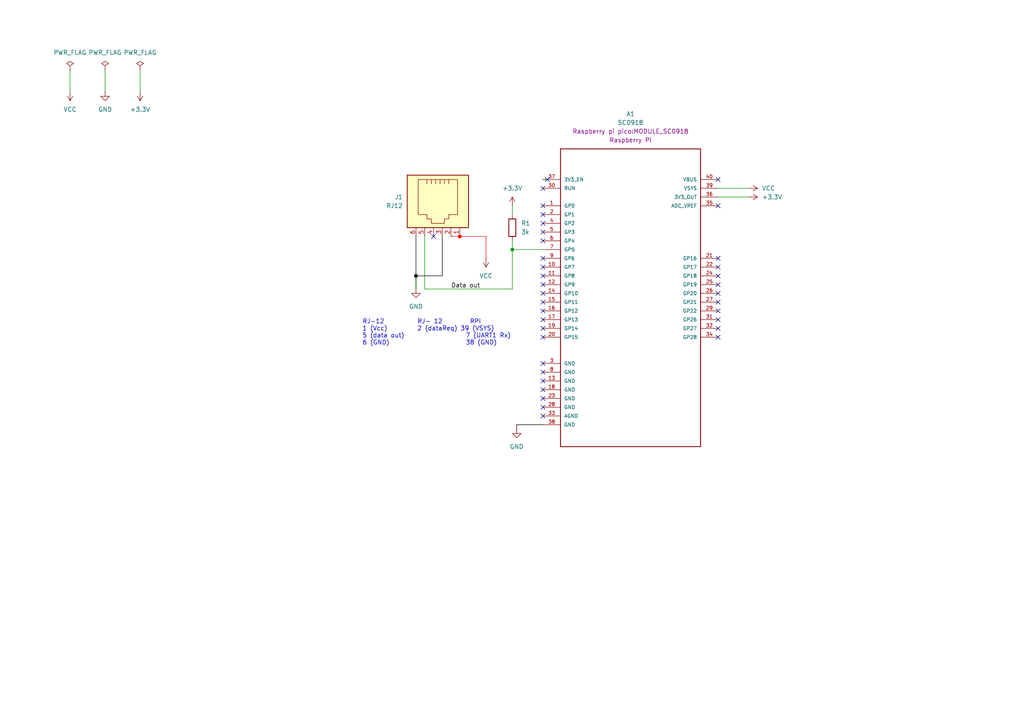
<source format=kicad_sch>
(kicad_sch
	(version 20231120)
	(generator "eeschema")
	(generator_version "8.0")
	(uuid "faa37a10-2754-4227-bf83-46ef78c69219")
	(paper "A4")
	(lib_symbols
		(symbol "Connector:RJ12"
			(pin_names
				(offset 1.016)
			)
			(exclude_from_sim no)
			(in_bom yes)
			(on_board yes)
			(property "Reference" "J"
				(at -5.08 11.43 0)
				(effects
					(font
						(size 1.27 1.27)
					)
					(justify right)
				)
			)
			(property "Value" "RJ12"
				(at 2.54 11.43 0)
				(effects
					(font
						(size 1.27 1.27)
					)
					(justify left)
				)
			)
			(property "Footprint" ""
				(at 0 0.635 90)
				(effects
					(font
						(size 1.27 1.27)
					)
					(hide yes)
				)
			)
			(property "Datasheet" "~"
				(at 0 0.635 90)
				(effects
					(font
						(size 1.27 1.27)
					)
					(hide yes)
				)
			)
			(property "Description" "RJ connector, 6P6C (6 positions 6 connected)"
				(at 0 0 0)
				(effects
					(font
						(size 1.27 1.27)
					)
					(hide yes)
				)
			)
			(property "ki_keywords" "6P6C RJ socket connector"
				(at 0 0 0)
				(effects
					(font
						(size 1.27 1.27)
					)
					(hide yes)
				)
			)
			(property "ki_fp_filters" "6P6C* RJ12* RJ18* RJ25*"
				(at 0 0 0)
				(effects
					(font
						(size 1.27 1.27)
					)
					(hide yes)
				)
			)
			(symbol "RJ12_0_1"
				(polyline
					(pts
						(xy -6.35 -1.905) (xy -5.08 -1.905) (xy -5.08 -1.905)
					)
					(stroke
						(width 0)
						(type default)
					)
					(fill
						(type none)
					)
				)
				(polyline
					(pts
						(xy -6.35 -0.635) (xy -5.08 -0.635) (xy -5.08 -0.635)
					)
					(stroke
						(width 0)
						(type default)
					)
					(fill
						(type none)
					)
				)
				(polyline
					(pts
						(xy -6.35 0.635) (xy -5.08 0.635) (xy -5.08 0.635)
					)
					(stroke
						(width 0)
						(type default)
					)
					(fill
						(type none)
					)
				)
				(polyline
					(pts
						(xy -6.35 1.905) (xy -5.08 1.905) (xy -5.08 1.905)
					)
					(stroke
						(width 0)
						(type default)
					)
					(fill
						(type none)
					)
				)
				(polyline
					(pts
						(xy -6.35 3.175) (xy -5.08 3.175) (xy -5.08 3.175)
					)
					(stroke
						(width 0)
						(type default)
					)
					(fill
						(type none)
					)
				)
				(polyline
					(pts
						(xy -5.08 4.445) (xy -6.35 4.445) (xy -6.35 4.445)
					)
					(stroke
						(width 0)
						(type default)
					)
					(fill
						(type none)
					)
				)
				(polyline
					(pts
						(xy -6.35 -4.445) (xy -6.35 6.985) (xy 3.81 6.985) (xy 3.81 4.445) (xy 5.08 4.445) (xy 5.08 3.175)
						(xy 6.35 3.175) (xy 6.35 -0.635) (xy 5.08 -0.635) (xy 5.08 -1.905) (xy 3.81 -1.905) (xy 3.81 -4.445)
						(xy -6.35 -4.445) (xy -6.35 -4.445)
					)
					(stroke
						(width 0)
						(type default)
					)
					(fill
						(type none)
					)
				)
				(rectangle
					(start 7.62 10.16)
					(end -7.62 -7.62)
					(stroke
						(width 0.254)
						(type default)
					)
					(fill
						(type background)
					)
				)
			)
			(symbol "RJ12_1_1"
				(pin passive line
					(at 10.16 -5.08 180)
					(length 2.54)
					(name "~"
						(effects
							(font
								(size 1.27 1.27)
							)
						)
					)
					(number "1"
						(effects
							(font
								(size 1.27 1.27)
							)
						)
					)
				)
				(pin passive line
					(at 10.16 -2.54 180)
					(length 2.54)
					(name "~"
						(effects
							(font
								(size 1.27 1.27)
							)
						)
					)
					(number "2"
						(effects
							(font
								(size 1.27 1.27)
							)
						)
					)
				)
				(pin passive line
					(at 10.16 0 180)
					(length 2.54)
					(name "~"
						(effects
							(font
								(size 1.27 1.27)
							)
						)
					)
					(number "3"
						(effects
							(font
								(size 1.27 1.27)
							)
						)
					)
				)
				(pin passive line
					(at 10.16 2.54 180)
					(length 2.54)
					(name "~"
						(effects
							(font
								(size 1.27 1.27)
							)
						)
					)
					(number "4"
						(effects
							(font
								(size 1.27 1.27)
							)
						)
					)
				)
				(pin passive line
					(at 10.16 5.08 180)
					(length 2.54)
					(name "~"
						(effects
							(font
								(size 1.27 1.27)
							)
						)
					)
					(number "5"
						(effects
							(font
								(size 1.27 1.27)
							)
						)
					)
				)
				(pin passive line
					(at 10.16 7.62 180)
					(length 2.54)
					(name "~"
						(effects
							(font
								(size 1.27 1.27)
							)
						)
					)
					(number "6"
						(effects
							(font
								(size 1.27 1.27)
							)
						)
					)
				)
			)
		)
		(symbol "Device:R"
			(pin_numbers hide)
			(pin_names
				(offset 0)
			)
			(exclude_from_sim no)
			(in_bom yes)
			(on_board yes)
			(property "Reference" "R"
				(at 2.032 0 90)
				(effects
					(font
						(size 1.27 1.27)
					)
				)
			)
			(property "Value" "R"
				(at 0 0 90)
				(effects
					(font
						(size 1.27 1.27)
					)
				)
			)
			(property "Footprint" ""
				(at -1.778 0 90)
				(effects
					(font
						(size 1.27 1.27)
					)
					(hide yes)
				)
			)
			(property "Datasheet" "~"
				(at 0 0 0)
				(effects
					(font
						(size 1.27 1.27)
					)
					(hide yes)
				)
			)
			(property "Description" "Resistor"
				(at 0 0 0)
				(effects
					(font
						(size 1.27 1.27)
					)
					(hide yes)
				)
			)
			(property "ki_keywords" "R res resistor"
				(at 0 0 0)
				(effects
					(font
						(size 1.27 1.27)
					)
					(hide yes)
				)
			)
			(property "ki_fp_filters" "R_*"
				(at 0 0 0)
				(effects
					(font
						(size 1.27 1.27)
					)
					(hide yes)
				)
			)
			(symbol "R_0_1"
				(rectangle
					(start -1.016 -2.54)
					(end 1.016 2.54)
					(stroke
						(width 0.254)
						(type default)
					)
					(fill
						(type none)
					)
				)
			)
			(symbol "R_1_1"
				(pin passive line
					(at 0 3.81 270)
					(length 1.27)
					(name "~"
						(effects
							(font
								(size 1.27 1.27)
							)
						)
					)
					(number "1"
						(effects
							(font
								(size 1.27 1.27)
							)
						)
					)
				)
				(pin passive line
					(at 0 -3.81 90)
					(length 1.27)
					(name "~"
						(effects
							(font
								(size 1.27 1.27)
							)
						)
					)
					(number "2"
						(effects
							(font
								(size 1.27 1.27)
							)
						)
					)
				)
			)
		)
		(symbol "Raspberry pi pico:SC0918"
			(pin_names
				(offset 1.016)
			)
			(exclude_from_sim no)
			(in_bom yes)
			(on_board yes)
			(property "Reference" "A1"
				(at 0 58.42 0)
				(effects
					(font
						(size 1.27 1.27)
					)
				)
			)
			(property "Value" "SC0918"
				(at 0 55.88 0)
				(effects
					(font
						(size 1.27 1.27)
					)
				)
			)
			(property "Footprint" "Raspberry Pi:MODULE_SC0918"
				(at -12.7 -46.99 0)
				(effects
					(font
						(size 1.27 1.27)
					)
					(justify bottom)
				)
			)
			(property "Datasheet" "https://datasheets.raspberrypi.com/picow/pico-w-datasheet.pdf"
				(at -26.67 -49.53 0)
				(effects
					(font
						(size 1.27 1.27)
					)
					(justify left bottom)
					(hide yes)
				)
			)
			(property "Description" ""
				(at 0 0 0)
				(effects
					(font
						(size 1.27 1.27)
					)
					(hide yes)
				)
			)
			(property "manufacturer" "Raspberry Pi"
				(at 0 53.34 0)
				(effects
					(font
						(size 1.27 1.27)
					)
				)
			)
			(property "P/N" "SC0918"
				(at 0 50.8 0)
				(effects
					(font
						(size 1.27 1.27)
					)
					(hide yes)
				)
			)
			(property "PARTREV" "1.6"
				(at 0 48.26 0)
				(effects
					(font
						(size 1.27 1.27)
					)
					(hide yes)
				)
			)
			(property "MAXIMUM_PACKAGE_HEIGHT" "3.73mm"
				(at 0 45.72 0)
				(effects
					(font
						(size 1.27 1.27)
					)
					(hide yes)
				)
			)
			(symbol "SC0918_0_0"
				(rectangle
					(start -20.32 -43.18)
					(end 20.32 43.18)
					(stroke
						(width 0.254)
						(type default)
					)
					(fill
						(type none)
					)
				)
				(pin bidirectional line
					(at -25.4 26.67 0)
					(length 5.08)
					(name "GP0"
						(effects
							(font
								(size 1.016 1.016)
							)
						)
					)
					(number "1"
						(effects
							(font
								(size 1.016 1.016)
							)
						)
					)
				)
				(pin bidirectional line
					(at -25.4 8.89 0)
					(length 5.08)
					(name "GP7"
						(effects
							(font
								(size 1.016 1.016)
							)
						)
					)
					(number "10"
						(effects
							(font
								(size 1.016 1.016)
							)
						)
					)
				)
				(pin bidirectional line
					(at -25.4 6.35 0)
					(length 5.08)
					(name "GP8"
						(effects
							(font
								(size 1.016 1.016)
							)
						)
					)
					(number "11"
						(effects
							(font
								(size 1.016 1.016)
							)
						)
					)
				)
				(pin bidirectional line
					(at -25.4 3.81 0)
					(length 5.08)
					(name "GP9"
						(effects
							(font
								(size 1.016 1.016)
							)
						)
					)
					(number "12"
						(effects
							(font
								(size 1.016 1.016)
							)
						)
					)
				)
				(pin power_in line
					(at -25.4 -24.13 0)
					(length 5.08)
					(name "GND"
						(effects
							(font
								(size 1.016 1.016)
							)
						)
					)
					(number "13"
						(effects
							(font
								(size 1.016 1.016)
							)
						)
					)
				)
				(pin bidirectional line
					(at -25.4 1.27 0)
					(length 5.08)
					(name "GP10"
						(effects
							(font
								(size 1.016 1.016)
							)
						)
					)
					(number "14"
						(effects
							(font
								(size 1.016 1.016)
							)
						)
					)
				)
				(pin bidirectional line
					(at -25.4 -1.27 0)
					(length 5.08)
					(name "GP11"
						(effects
							(font
								(size 1.016 1.016)
							)
						)
					)
					(number "15"
						(effects
							(font
								(size 1.016 1.016)
							)
						)
					)
				)
				(pin bidirectional line
					(at -25.4 -3.81 0)
					(length 5.08)
					(name "GP12"
						(effects
							(font
								(size 1.016 1.016)
							)
						)
					)
					(number "16"
						(effects
							(font
								(size 1.016 1.016)
							)
						)
					)
				)
				(pin bidirectional line
					(at -25.4 -6.35 0)
					(length 5.08)
					(name "GP13"
						(effects
							(font
								(size 1.016 1.016)
							)
						)
					)
					(number "17"
						(effects
							(font
								(size 1.016 1.016)
							)
						)
					)
				)
				(pin power_in line
					(at -25.4 -26.67 0)
					(length 5.08)
					(name "GND"
						(effects
							(font
								(size 1.016 1.016)
							)
						)
					)
					(number "18"
						(effects
							(font
								(size 1.016 1.016)
							)
						)
					)
				)
				(pin bidirectional line
					(at -25.4 -8.89 0)
					(length 5.08)
					(name "GP14"
						(effects
							(font
								(size 1.016 1.016)
							)
						)
					)
					(number "19"
						(effects
							(font
								(size 1.016 1.016)
							)
						)
					)
				)
				(pin bidirectional line
					(at -25.4 24.13 0)
					(length 5.08)
					(name "GP1"
						(effects
							(font
								(size 1.016 1.016)
							)
						)
					)
					(number "2"
						(effects
							(font
								(size 1.016 1.016)
							)
						)
					)
				)
				(pin bidirectional line
					(at -25.4 -11.43 0)
					(length 5.08)
					(name "GP15"
						(effects
							(font
								(size 1.016 1.016)
							)
						)
					)
					(number "20"
						(effects
							(font
								(size 1.016 1.016)
							)
						)
					)
				)
				(pin bidirectional line
					(at 25.4 11.43 180)
					(length 5.08)
					(name "GP16"
						(effects
							(font
								(size 1.016 1.016)
							)
						)
					)
					(number "21"
						(effects
							(font
								(size 1.016 1.016)
							)
						)
					)
				)
				(pin bidirectional line
					(at 25.4 8.89 180)
					(length 5.08)
					(name "GP17"
						(effects
							(font
								(size 1.016 1.016)
							)
						)
					)
					(number "22"
						(effects
							(font
								(size 1.016 1.016)
							)
						)
					)
				)
				(pin power_in line
					(at -25.4 -29.21 0)
					(length 5.08)
					(name "GND"
						(effects
							(font
								(size 1.016 1.016)
							)
						)
					)
					(number "23"
						(effects
							(font
								(size 1.016 1.016)
							)
						)
					)
				)
				(pin bidirectional line
					(at 25.4 6.35 180)
					(length 5.08)
					(name "GP18"
						(effects
							(font
								(size 1.016 1.016)
							)
						)
					)
					(number "24"
						(effects
							(font
								(size 1.016 1.016)
							)
						)
					)
				)
				(pin bidirectional line
					(at 25.4 3.81 180)
					(length 5.08)
					(name "GP19"
						(effects
							(font
								(size 1.016 1.016)
							)
						)
					)
					(number "25"
						(effects
							(font
								(size 1.016 1.016)
							)
						)
					)
				)
				(pin bidirectional line
					(at 25.4 1.27 180)
					(length 5.08)
					(name "GP20"
						(effects
							(font
								(size 1.016 1.016)
							)
						)
					)
					(number "26"
						(effects
							(font
								(size 1.016 1.016)
							)
						)
					)
				)
				(pin bidirectional line
					(at 25.4 -1.27 180)
					(length 5.08)
					(name "GP21"
						(effects
							(font
								(size 1.016 1.016)
							)
						)
					)
					(number "27"
						(effects
							(font
								(size 1.016 1.016)
							)
						)
					)
				)
				(pin power_in line
					(at -25.4 -31.75 0)
					(length 5.08)
					(name "GND"
						(effects
							(font
								(size 1.016 1.016)
							)
						)
					)
					(number "28"
						(effects
							(font
								(size 1.016 1.016)
							)
						)
					)
				)
				(pin bidirectional line
					(at 25.4 -3.81 180)
					(length 5.08)
					(name "GP22"
						(effects
							(font
								(size 1.016 1.016)
							)
						)
					)
					(number "29"
						(effects
							(font
								(size 1.016 1.016)
							)
						)
					)
				)
				(pin power_in line
					(at -25.4 -19.05 0)
					(length 5.08)
					(name "GND"
						(effects
							(font
								(size 1.016 1.016)
							)
						)
					)
					(number "3"
						(effects
							(font
								(size 1.016 1.016)
							)
						)
					)
				)
				(pin input line
					(at -25.4 31.75 0)
					(length 5.08)
					(name "RUN"
						(effects
							(font
								(size 1.016 1.016)
							)
						)
					)
					(number "30"
						(effects
							(font
								(size 1.016 1.016)
							)
						)
					)
				)
				(pin bidirectional line
					(at 25.4 -6.35 180)
					(length 5.08)
					(name "GP26"
						(effects
							(font
								(size 1.016 1.016)
							)
						)
					)
					(number "31"
						(effects
							(font
								(size 1.016 1.016)
							)
						)
					)
				)
				(pin bidirectional line
					(at 25.4 -8.89 180)
					(length 5.08)
					(name "GP27"
						(effects
							(font
								(size 1.016 1.016)
							)
						)
					)
					(number "32"
						(effects
							(font
								(size 1.016 1.016)
							)
						)
					)
				)
				(pin power_in line
					(at -25.4 -34.29 0)
					(length 5.08)
					(name "AGND"
						(effects
							(font
								(size 1.016 1.016)
							)
						)
					)
					(number "33"
						(effects
							(font
								(size 1.016 1.016)
							)
						)
					)
				)
				(pin bidirectional line
					(at 25.4 -11.43 180)
					(length 5.08)
					(name "GP28"
						(effects
							(font
								(size 1.016 1.016)
							)
						)
					)
					(number "34"
						(effects
							(font
								(size 1.016 1.016)
							)
						)
					)
				)
				(pin power_in line
					(at 25.4 26.67 180)
					(length 5.08)
					(name "ADC_VREF"
						(effects
							(font
								(size 1.016 1.016)
							)
						)
					)
					(number "35"
						(effects
							(font
								(size 1.016 1.016)
							)
						)
					)
				)
				(pin power_in line
					(at 25.4 29.21 180)
					(length 5.08)
					(name "3V3_OUT"
						(effects
							(font
								(size 1.016 1.016)
							)
						)
					)
					(number "36"
						(effects
							(font
								(size 1.016 1.016)
							)
						)
					)
				)
				(pin input line
					(at -25.4 34.29 0)
					(length 5.08)
					(name "3V3_EN"
						(effects
							(font
								(size 1.016 1.016)
							)
						)
					)
					(number "37"
						(effects
							(font
								(size 1.016 1.016)
							)
						)
					)
				)
				(pin power_in line
					(at -25.4 -36.83 0)
					(length 5.08)
					(name "GND"
						(effects
							(font
								(size 1.016 1.016)
							)
						)
					)
					(number "38"
						(effects
							(font
								(size 1.016 1.016)
							)
						)
					)
				)
				(pin free line
					(at 25.4 31.75 180)
					(length 5.08)
					(name "VSYS"
						(effects
							(font
								(size 1.016 1.016)
							)
						)
					)
					(number "39"
						(effects
							(font
								(size 1.016 1.016)
							)
						)
					)
				)
				(pin bidirectional line
					(at -25.4 21.59 0)
					(length 5.08)
					(name "GP2"
						(effects
							(font
								(size 1.016 1.016)
							)
						)
					)
					(number "4"
						(effects
							(font
								(size 1.016 1.016)
							)
						)
					)
				)
				(pin free line
					(at 25.4 34.29 180)
					(length 5.08)
					(name "VBUS"
						(effects
							(font
								(size 1.016 1.016)
							)
						)
					)
					(number "40"
						(effects
							(font
								(size 1.016 1.016)
							)
						)
					)
				)
				(pin bidirectional line
					(at -25.4 19.05 0)
					(length 5.08)
					(name "GP3"
						(effects
							(font
								(size 1.016 1.016)
							)
						)
					)
					(number "5"
						(effects
							(font
								(size 1.016 1.016)
							)
						)
					)
				)
				(pin bidirectional line
					(at -25.4 16.51 0)
					(length 5.08)
					(name "GP4"
						(effects
							(font
								(size 1.016 1.016)
							)
						)
					)
					(number "6"
						(effects
							(font
								(size 1.016 1.016)
							)
						)
					)
				)
				(pin bidirectional line
					(at -25.4 13.97 0)
					(length 5.08)
					(name "GP5"
						(effects
							(font
								(size 1.016 1.016)
							)
						)
					)
					(number "7"
						(effects
							(font
								(size 1.016 1.016)
							)
						)
					)
				)
				(pin power_in line
					(at -25.4 -21.59 0)
					(length 5.08)
					(name "GND"
						(effects
							(font
								(size 1.016 1.016)
							)
						)
					)
					(number "8"
						(effects
							(font
								(size 1.016 1.016)
							)
						)
					)
				)
				(pin bidirectional line
					(at -25.4 11.43 0)
					(length 5.08)
					(name "GP6"
						(effects
							(font
								(size 1.016 1.016)
							)
						)
					)
					(number "9"
						(effects
							(font
								(size 1.016 1.016)
							)
						)
					)
				)
			)
		)
		(symbol "power:+3.3V"
			(power)
			(pin_numbers hide)
			(pin_names
				(offset 0) hide)
			(exclude_from_sim no)
			(in_bom yes)
			(on_board yes)
			(property "Reference" "#PWR"
				(at 0 -3.81 0)
				(effects
					(font
						(size 1.27 1.27)
					)
					(hide yes)
				)
			)
			(property "Value" "+3.3V"
				(at 0 3.556 0)
				(effects
					(font
						(size 1.27 1.27)
					)
				)
			)
			(property "Footprint" ""
				(at 0 0 0)
				(effects
					(font
						(size 1.27 1.27)
					)
					(hide yes)
				)
			)
			(property "Datasheet" ""
				(at 0 0 0)
				(effects
					(font
						(size 1.27 1.27)
					)
					(hide yes)
				)
			)
			(property "Description" "Power symbol creates a global label with name \"+3.3V\""
				(at 0 0 0)
				(effects
					(font
						(size 1.27 1.27)
					)
					(hide yes)
				)
			)
			(property "ki_keywords" "global power"
				(at 0 0 0)
				(effects
					(font
						(size 1.27 1.27)
					)
					(hide yes)
				)
			)
			(symbol "+3.3V_0_1"
				(polyline
					(pts
						(xy -0.762 1.27) (xy 0 2.54)
					)
					(stroke
						(width 0)
						(type default)
					)
					(fill
						(type none)
					)
				)
				(polyline
					(pts
						(xy 0 0) (xy 0 2.54)
					)
					(stroke
						(width 0)
						(type default)
					)
					(fill
						(type none)
					)
				)
				(polyline
					(pts
						(xy 0 2.54) (xy 0.762 1.27)
					)
					(stroke
						(width 0)
						(type default)
					)
					(fill
						(type none)
					)
				)
			)
			(symbol "+3.3V_1_1"
				(pin power_in line
					(at 0 0 90)
					(length 0)
					(name "~"
						(effects
							(font
								(size 1.27 1.27)
							)
						)
					)
					(number "1"
						(effects
							(font
								(size 1.27 1.27)
							)
						)
					)
				)
			)
		)
		(symbol "power:GND"
			(power)
			(pin_numbers hide)
			(pin_names
				(offset 0) hide)
			(exclude_from_sim no)
			(in_bom yes)
			(on_board yes)
			(property "Reference" "#PWR"
				(at 0 -6.35 0)
				(effects
					(font
						(size 1.27 1.27)
					)
					(hide yes)
				)
			)
			(property "Value" "GND"
				(at 0 -3.81 0)
				(effects
					(font
						(size 1.27 1.27)
					)
				)
			)
			(property "Footprint" ""
				(at 0 0 0)
				(effects
					(font
						(size 1.27 1.27)
					)
					(hide yes)
				)
			)
			(property "Datasheet" ""
				(at 0 0 0)
				(effects
					(font
						(size 1.27 1.27)
					)
					(hide yes)
				)
			)
			(property "Description" "Power symbol creates a global label with name \"GND\" , ground"
				(at 0 0 0)
				(effects
					(font
						(size 1.27 1.27)
					)
					(hide yes)
				)
			)
			(property "ki_keywords" "global power"
				(at 0 0 0)
				(effects
					(font
						(size 1.27 1.27)
					)
					(hide yes)
				)
			)
			(symbol "GND_0_1"
				(polyline
					(pts
						(xy 0 0) (xy 0 -1.27) (xy 1.27 -1.27) (xy 0 -2.54) (xy -1.27 -1.27) (xy 0 -1.27)
					)
					(stroke
						(width 0)
						(type default)
					)
					(fill
						(type none)
					)
				)
			)
			(symbol "GND_1_1"
				(pin power_in line
					(at 0 0 270)
					(length 0)
					(name "~"
						(effects
							(font
								(size 1.27 1.27)
							)
						)
					)
					(number "1"
						(effects
							(font
								(size 1.27 1.27)
							)
						)
					)
				)
			)
		)
		(symbol "power:PWR_FLAG"
			(power)
			(pin_numbers hide)
			(pin_names
				(offset 0) hide)
			(exclude_from_sim no)
			(in_bom yes)
			(on_board yes)
			(property "Reference" "#FLG"
				(at 0 1.905 0)
				(effects
					(font
						(size 1.27 1.27)
					)
					(hide yes)
				)
			)
			(property "Value" "PWR_FLAG"
				(at 0 3.81 0)
				(effects
					(font
						(size 1.27 1.27)
					)
				)
			)
			(property "Footprint" ""
				(at 0 0 0)
				(effects
					(font
						(size 1.27 1.27)
					)
					(hide yes)
				)
			)
			(property "Datasheet" "~"
				(at 0 0 0)
				(effects
					(font
						(size 1.27 1.27)
					)
					(hide yes)
				)
			)
			(property "Description" "Special symbol for telling ERC where power comes from"
				(at 0 0 0)
				(effects
					(font
						(size 1.27 1.27)
					)
					(hide yes)
				)
			)
			(property "ki_keywords" "flag power"
				(at 0 0 0)
				(effects
					(font
						(size 1.27 1.27)
					)
					(hide yes)
				)
			)
			(symbol "PWR_FLAG_0_0"
				(pin power_out line
					(at 0 0 90)
					(length 0)
					(name "~"
						(effects
							(font
								(size 1.27 1.27)
							)
						)
					)
					(number "1"
						(effects
							(font
								(size 1.27 1.27)
							)
						)
					)
				)
			)
			(symbol "PWR_FLAG_0_1"
				(polyline
					(pts
						(xy 0 0) (xy 0 1.27) (xy -1.016 1.905) (xy 0 2.54) (xy 1.016 1.905) (xy 0 1.27)
					)
					(stroke
						(width 0)
						(type default)
					)
					(fill
						(type none)
					)
				)
			)
		)
		(symbol "power:VCC"
			(power)
			(pin_numbers hide)
			(pin_names
				(offset 0) hide)
			(exclude_from_sim no)
			(in_bom yes)
			(on_board yes)
			(property "Reference" "#PWR"
				(at 0 -3.81 0)
				(effects
					(font
						(size 1.27 1.27)
					)
					(hide yes)
				)
			)
			(property "Value" "VCC"
				(at 0 3.556 0)
				(effects
					(font
						(size 1.27 1.27)
					)
				)
			)
			(property "Footprint" ""
				(at 0 0 0)
				(effects
					(font
						(size 1.27 1.27)
					)
					(hide yes)
				)
			)
			(property "Datasheet" ""
				(at 0 0 0)
				(effects
					(font
						(size 1.27 1.27)
					)
					(hide yes)
				)
			)
			(property "Description" "Power symbol creates a global label with name \"VCC\""
				(at 0 0 0)
				(effects
					(font
						(size 1.27 1.27)
					)
					(hide yes)
				)
			)
			(property "ki_keywords" "global power"
				(at 0 0 0)
				(effects
					(font
						(size 1.27 1.27)
					)
					(hide yes)
				)
			)
			(symbol "VCC_0_1"
				(polyline
					(pts
						(xy -0.762 1.27) (xy 0 2.54)
					)
					(stroke
						(width 0)
						(type default)
					)
					(fill
						(type none)
					)
				)
				(polyline
					(pts
						(xy 0 0) (xy 0 2.54)
					)
					(stroke
						(width 0)
						(type default)
					)
					(fill
						(type none)
					)
				)
				(polyline
					(pts
						(xy 0 2.54) (xy 0.762 1.27)
					)
					(stroke
						(width 0)
						(type default)
					)
					(fill
						(type none)
					)
				)
			)
			(symbol "VCC_1_1"
				(pin power_in line
					(at 0 0 90)
					(length 0)
					(name "~"
						(effects
							(font
								(size 1.27 1.27)
							)
						)
					)
					(number "1"
						(effects
							(font
								(size 1.27 1.27)
							)
						)
					)
				)
			)
		)
	)
	(junction
		(at 148.59 72.39)
		(diameter 0)
		(color 0 0 0 0)
		(uuid "32a5f61c-e2bf-47a6-81eb-3414a393547f")
	)
	(junction
		(at 120.65 80.01)
		(diameter 0)
		(color 0 0 0 1)
		(uuid "6d6a4c10-ab2f-48de-8984-fe8b6efdf914")
	)
	(junction
		(at 133.35 68.58)
		(diameter 0)
		(color 255 0 0 1)
		(uuid "a6a1b7d1-f996-4f03-9caf-4b7171370c74")
	)
	(no_connect
		(at 208.28 80.01)
		(uuid "07ff77d3-212f-4ae2-a7cb-a9848e45ff4c")
	)
	(no_connect
		(at 157.48 87.63)
		(uuid "18e771ce-b32c-4e89-863b-ee7f8b1b503f")
	)
	(no_connect
		(at 125.73 68.58)
		(uuid "2f95e0b2-a30c-4c3b-bfe1-6615487bc6b4")
	)
	(no_connect
		(at 208.28 77.47)
		(uuid "3e5aa4b8-6e21-498b-a123-5bd0b10d553a")
	)
	(no_connect
		(at 158.75 52.07)
		(uuid "448b619c-9252-4147-bd6e-41de91c93333")
	)
	(no_connect
		(at 208.28 74.93)
		(uuid "46f302a8-a5f4-441a-9eff-0476c6467937")
	)
	(no_connect
		(at 157.48 67.31)
		(uuid "4fe47152-478d-469b-b7a2-8a9711e22b29")
	)
	(no_connect
		(at 157.48 118.11)
		(uuid "546f803c-56bc-48ff-bd58-5fa78e0312cd")
	)
	(no_connect
		(at 157.48 90.17)
		(uuid "674e0b6f-84d8-4aa3-9682-9ad564fe10f7")
	)
	(no_connect
		(at 157.48 64.77)
		(uuid "6a74caf1-6be8-47d2-aa1e-5d9d3392c097")
	)
	(no_connect
		(at 157.48 97.79)
		(uuid "6cf161b3-cda5-4f82-af2c-736b2fa99af2")
	)
	(no_connect
		(at 208.28 97.79)
		(uuid "6fa40800-9d5f-4313-ab44-40cd964494ec")
	)
	(no_connect
		(at 157.48 69.85)
		(uuid "735008ae-d1c8-4637-b929-cb58641192da")
	)
	(no_connect
		(at 208.28 90.17)
		(uuid "73aabea1-59c8-4a1f-9191-d124c6b953f1")
	)
	(no_connect
		(at 208.28 95.25)
		(uuid "75300035-3c86-460d-9097-159b5b5d42d7")
	)
	(no_connect
		(at 157.48 74.93)
		(uuid "7d549d72-db07-4503-8428-6de0d7166a50")
	)
	(no_connect
		(at 208.28 52.07)
		(uuid "7eec12b8-d471-4dc3-9cb7-f16535fe7e21")
	)
	(no_connect
		(at 157.48 120.65)
		(uuid "856b44d4-4b38-4100-85e6-b4102cff6d98")
	)
	(no_connect
		(at 157.48 107.95)
		(uuid "8b6f6c08-4aa8-4ae4-af38-54a7ba35ba4e")
	)
	(no_connect
		(at 208.28 59.69)
		(uuid "91eac199-cd98-422b-97fc-08aa07d6dce0")
	)
	(no_connect
		(at 157.48 62.23)
		(uuid "99f16ecc-2c32-4717-901f-e64a283178f6")
	)
	(no_connect
		(at 208.28 92.71)
		(uuid "9cd34b5c-a558-44c7-895e-86359d02b2f8")
	)
	(no_connect
		(at 208.28 85.09)
		(uuid "a9332da7-983d-4a8d-b28e-82bf9f8e2496")
	)
	(no_connect
		(at 157.48 110.49)
		(uuid "b4b58acd-071c-4a09-bc72-1a66fa90cccd")
	)
	(no_connect
		(at 157.48 77.47)
		(uuid "bad5c928-fb7c-40c2-962d-2cb384a5a3bb")
	)
	(no_connect
		(at 157.48 59.69)
		(uuid "bc09970e-1ec2-40bd-a2f1-12f041edf25f")
	)
	(no_connect
		(at 157.48 105.41)
		(uuid "c3b530f2-e71c-4278-9447-845aa375cb48")
	)
	(no_connect
		(at 157.48 82.55)
		(uuid "c3dbdf9f-4594-4c6b-a0c6-096628ffab39")
	)
	(no_connect
		(at 157.48 80.01)
		(uuid "d2410e0f-fa4a-4e9b-b2f8-7989babbca70")
	)
	(no_connect
		(at 157.48 115.57)
		(uuid "dbe751b9-6747-4791-af41-f56b4e87fdaf")
	)
	(no_connect
		(at 157.48 54.61)
		(uuid "e21e8f3d-cf6c-4187-8dc9-f03b7953bcb2")
	)
	(no_connect
		(at 208.28 87.63)
		(uuid "e703ea3b-2774-4f34-957d-606fa2f6bfa0")
	)
	(no_connect
		(at 157.48 92.71)
		(uuid "eef3deb7-63ed-4599-9a3c-ebace794797e")
	)
	(no_connect
		(at 157.48 113.03)
		(uuid "f5466fe0-0939-4fac-b60b-fa26b5cb13cf")
	)
	(no_connect
		(at 157.48 85.09)
		(uuid "fd36bb2f-c5b2-4043-aa1e-113f1d2ca551")
	)
	(no_connect
		(at 208.28 82.55)
		(uuid "fd5c5a83-bbd1-432a-81b8-e8b7a3372f4c")
	)
	(no_connect
		(at 157.48 95.25)
		(uuid "fe7741e2-bb21-4852-a879-947d9c779bcb")
	)
	(wire
		(pts
			(xy 130.81 68.58) (xy 133.35 68.58)
		)
		(stroke
			(width 0)
			(type default)
			(color 255 0 0 1)
		)
		(uuid "0dc28a65-d540-460b-8761-8f599fe4ebf1")
	)
	(wire
		(pts
			(xy 140.97 68.58) (xy 133.35 68.58)
		)
		(stroke
			(width 0)
			(type default)
			(color 255 0 0 1)
		)
		(uuid "119111fc-570c-4da7-8c9f-405d9aa69f78")
	)
	(wire
		(pts
			(xy 120.65 83.82) (xy 120.65 80.01)
		)
		(stroke
			(width 0)
			(type default)
			(color 0 0 0 1)
		)
		(uuid "148e86b1-af48-47a6-b330-33a321d46e90")
	)
	(wire
		(pts
			(xy 120.65 80.01) (xy 128.27 80.01)
		)
		(stroke
			(width 0)
			(type default)
			(color 0 0 0 1)
		)
		(uuid "234c31d3-40d1-4da0-a8a1-636baf16a326")
	)
	(wire
		(pts
			(xy 128.27 80.01) (xy 128.27 68.58)
		)
		(stroke
			(width 0)
			(type default)
			(color 0 0 0 1)
		)
		(uuid "2999e557-aabe-4eb6-b6fe-9e63e467c5c0")
	)
	(wire
		(pts
			(xy 30.48 20.32) (xy 30.48 26.67)
		)
		(stroke
			(width 0)
			(type default)
		)
		(uuid "44b23286-1b2a-4599-90f6-706907522b01")
	)
	(wire
		(pts
			(xy 157.48 123.19) (xy 149.86 123.19)
		)
		(stroke
			(width 0)
			(type default)
			(color 0 0 0 1)
		)
		(uuid "48a84e1b-5247-427b-bb75-f8c4ef5225a0")
	)
	(wire
		(pts
			(xy 123.19 83.82) (xy 148.59 83.82)
		)
		(stroke
			(width 0)
			(type default)
		)
		(uuid "7353b3bd-11f0-4e51-80ba-87d458944b3b")
	)
	(wire
		(pts
			(xy 208.28 54.61) (xy 217.17 54.61)
		)
		(stroke
			(width 0)
			(type default)
		)
		(uuid "98ac2c09-d86b-4bb9-abf0-03a158ec9351")
	)
	(wire
		(pts
			(xy 148.59 59.69) (xy 148.59 62.23)
		)
		(stroke
			(width 0)
			(type default)
		)
		(uuid "ac879125-0354-45f1-b148-1e9530d470fc")
	)
	(wire
		(pts
			(xy 158.75 52.07) (xy 157.48 52.07)
		)
		(stroke
			(width 0)
			(type default)
		)
		(uuid "af4ae371-a829-451f-a458-f24f974eb872")
	)
	(wire
		(pts
			(xy 123.19 68.58) (xy 123.19 83.82)
		)
		(stroke
			(width 0)
			(type default)
		)
		(uuid "b58a4883-ce33-4426-99d7-79a57f22618f")
	)
	(wire
		(pts
			(xy 120.65 68.58) (xy 120.65 80.01)
		)
		(stroke
			(width 0)
			(type default)
			(color 0 0 0 1)
		)
		(uuid "c7f99520-562c-433a-9b72-cffdf21fb9a7")
	)
	(wire
		(pts
			(xy 20.32 20.32) (xy 20.32 26.67)
		)
		(stroke
			(width 0)
			(type default)
		)
		(uuid "cc5829b7-c83a-49fe-bfca-ff0798e1798e")
	)
	(wire
		(pts
			(xy 148.59 69.85) (xy 148.59 72.39)
		)
		(stroke
			(width 0)
			(type default)
		)
		(uuid "cf984145-d657-4fc4-9b45-3c7ae846fe91")
	)
	(wire
		(pts
			(xy 148.59 72.39) (xy 157.48 72.39)
		)
		(stroke
			(width 0)
			(type default)
		)
		(uuid "e08abbd8-0bfc-4006-8dbe-6fe54cc5dfb7")
	)
	(wire
		(pts
			(xy 217.17 57.15) (xy 208.28 57.15)
		)
		(stroke
			(width 0)
			(type default)
		)
		(uuid "e3624a70-56ed-48ec-be6e-0e924def9537")
	)
	(wire
		(pts
			(xy 140.97 68.58) (xy 140.97 74.93)
		)
		(stroke
			(width 0)
			(type default)
			(color 255 0 0 1)
		)
		(uuid "ef261ad9-9042-4a6b-a6eb-3a26f47d5437")
	)
	(wire
		(pts
			(xy 149.86 123.19) (xy 149.86 124.46)
		)
		(stroke
			(width 0)
			(type default)
			(color 0 0 0 1)
		)
		(uuid "f38b2a62-50ef-4098-9bd1-52ac335aab2d")
	)
	(wire
		(pts
			(xy 120.65 83.82) (xy 120.65 80.01)
		)
		(stroke
			(width 0)
			(type default)
		)
		(uuid "faeb34ea-7b86-4a1b-8c23-40599f4552f4")
	)
	(wire
		(pts
			(xy 148.59 72.39) (xy 148.59 83.82)
		)
		(stroke
			(width 0)
			(type default)
		)
		(uuid "fd786abd-d052-46c2-a78c-28a430184b22")
	)
	(wire
		(pts
			(xy 40.64 20.32) (xy 40.64 26.67)
		)
		(stroke
			(width 0)
			(type default)
		)
		(uuid "fff137ab-79a0-4984-af09-a7b6cf0d8f99")
	)
	(text_box "RJ-12 		 RJ- 12 	 RPI\n1 (Vcc) 	 2 (dataReq) 39 (VSYS)\n5 (data out) 		     7 (UART1 Rx)\n6 (GND) 			     38 (GND)"
		(exclude_from_sim no)
		(at 104.14 91.44 0)
		(size 45.72 10.16)
		(stroke
			(width -0.0001)
			(type default)
		)
		(fill
			(type none)
		)
		(effects
			(font
				(size 1.27 1.27)
			)
			(justify left top)
		)
		(uuid "442bb58d-87bc-4475-9a57-b19a5a77b725")
	)
	(label "Data out"
		(at 130.81 83.82 0)
		(fields_autoplaced yes)
		(effects
			(font
				(size 1.27 1.27)
			)
			(justify left bottom)
		)
		(uuid "09301e58-1802-46ad-93da-4689c9ba78b1")
	)
	(symbol
		(lib_id "power:PWR_FLAG")
		(at 40.64 20.32 0)
		(unit 1)
		(exclude_from_sim no)
		(in_bom no)
		(on_board no)
		(dnp no)
		(fields_autoplaced yes)
		(uuid "008d1139-e725-4087-b227-7ac09d48e05e")
		(property "Reference" "#FLG03"
			(at 40.64 18.415 0)
			(effects
				(font
					(size 1.27 1.27)
				)
				(hide yes)
			)
		)
		(property "Value" "PWR_FLAG"
			(at 40.64 15.24 0)
			(effects
				(font
					(size 1.27 1.27)
				)
			)
		)
		(property "Footprint" ""
			(at 40.64 20.32 0)
			(effects
				(font
					(size 1.27 1.27)
				)
				(hide yes)
			)
		)
		(property "Datasheet" "~"
			(at 40.64 20.32 0)
			(effects
				(font
					(size 1.27 1.27)
				)
				(hide yes)
			)
		)
		(property "Description" "Special symbol for telling ERC where power comes from"
			(at 40.64 20.32 0)
			(effects
				(font
					(size 1.27 1.27)
				)
				(hide yes)
			)
		)
		(pin "1"
			(uuid "548b5a85-1435-4394-a715-0f11bc7d946d")
		)
		(instances
			(project ""
				(path "/faa37a10-2754-4227-bf83-46ef78c69219"
					(reference "#FLG03")
					(unit 1)
				)
			)
		)
	)
	(symbol
		(lib_id "power:VCC")
		(at 20.32 26.67 180)
		(unit 1)
		(exclude_from_sim no)
		(in_bom no)
		(on_board no)
		(dnp no)
		(fields_autoplaced yes)
		(uuid "08c5d07b-d32c-4419-a1bc-ec982d4fcb34")
		(property "Reference" "#PWR01"
			(at 20.32 22.86 0)
			(effects
				(font
					(size 1.27 1.27)
				)
				(hide yes)
			)
		)
		(property "Value" "VCC"
			(at 20.32 31.75 0)
			(effects
				(font
					(size 1.27 1.27)
				)
			)
		)
		(property "Footprint" ""
			(at 20.32 26.67 0)
			(effects
				(font
					(size 1.27 1.27)
				)
				(hide yes)
			)
		)
		(property "Datasheet" ""
			(at 20.32 26.67 0)
			(effects
				(font
					(size 1.27 1.27)
				)
				(hide yes)
			)
		)
		(property "Description" "Power symbol creates a global label with name \"VCC\""
			(at 20.32 26.67 0)
			(effects
				(font
					(size 1.27 1.27)
				)
				(hide yes)
			)
		)
		(pin "1"
			(uuid "e7b9d724-c9a5-4968-946c-c90865a3bb8c")
		)
		(instances
			(project ""
				(path "/faa37a10-2754-4227-bf83-46ef78c69219"
					(reference "#PWR01")
					(unit 1)
				)
			)
		)
	)
	(symbol
		(lib_id "Raspberry pi pico:SC0918")
		(at 182.88 86.36 0)
		(unit 1)
		(exclude_from_sim no)
		(in_bom yes)
		(on_board yes)
		(dnp no)
		(fields_autoplaced yes)
		(uuid "39c724ca-540b-4a27-9388-e48d28ed3f36")
		(property "Reference" "A1"
			(at 182.88 33.02 0)
			(effects
				(font
					(size 1.27 1.27)
				)
			)
		)
		(property "Value" "SC0918"
			(at 182.88 35.56 0)
			(effects
				(font
					(size 1.27 1.27)
				)
			)
		)
		(property "Footprint" "Raspberry pi pico:MODULE_SC0918"
			(at 182.88 38.1 0)
			(effects
				(font
					(size 1.27 1.27)
				)
			)
		)
		(property "Datasheet" "https://datasheets.raspberrypi.com/picow/pico-w-datasheet.pdf"
			(at 156.21 135.89 0)
			(effects
				(font
					(size 1.27 1.27)
				)
				(justify left bottom)
				(hide yes)
			)
		)
		(property "Description" ""
			(at 182.88 86.36 0)
			(effects
				(font
					(size 1.27 1.27)
				)
				(hide yes)
			)
		)
		(property "manufacturer" "Raspberry Pi"
			(at 182.88 40.64 0)
			(effects
				(font
					(size 1.27 1.27)
				)
			)
		)
		(property "P/N" "SC0918"
			(at 182.88 35.56 0)
			(effects
				(font
					(size 1.27 1.27)
				)
				(hide yes)
			)
		)
		(property "PARTREV" "1.6"
			(at 182.88 38.1 0)
			(effects
				(font
					(size 1.27 1.27)
				)
				(hide yes)
			)
		)
		(property "MAXIMUM_PACKAGE_HEIGHT" "3.73mm"
			(at 182.88 40.64 0)
			(effects
				(font
					(size 1.27 1.27)
				)
				(hide yes)
			)
		)
		(pin "3"
			(uuid "e73c3d26-2542-4162-82e1-76b8811c64e5")
		)
		(pin "9"
			(uuid "35f31b95-c174-4f89-8913-d7cf6cdb20b3")
		)
		(pin "27"
			(uuid "6fc7c1cb-3d1f-4995-8cff-57bb01ec3311")
		)
		(pin "6"
			(uuid "76b65336-9154-4c59-b984-4a90931fdf25")
		)
		(pin "8"
			(uuid "d316a0bc-3612-4303-a82e-7d2f99142798")
		)
		(pin "36"
			(uuid "1fc3aa68-7b34-49fe-ac42-60dbc1521310")
		)
		(pin "7"
			(uuid "d06e0536-214d-4c95-b920-98932cddc17f")
		)
		(pin "37"
			(uuid "fda029b1-d236-4a27-957b-ca7305718cf4")
		)
		(pin "39"
			(uuid "05d63c4b-f662-4d9c-9646-242d036618cb")
		)
		(pin "25"
			(uuid "7ec60a95-55eb-4cb3-b6d5-4ae783665f06")
		)
		(pin "28"
			(uuid "8d671e96-926a-4657-8771-de11b0465d68")
		)
		(pin "33"
			(uuid "fb41f63d-f82f-4790-9a1c-2d8150e34ef3")
		)
		(pin "35"
			(uuid "3540cd5c-ec81-4268-8359-c2ad8f1df619")
		)
		(pin "31"
			(uuid "281dcc57-cf2f-43f7-86fb-88faaad3a1dd")
		)
		(pin "34"
			(uuid "60bf2983-9860-4486-8c09-1024562de296")
		)
		(pin "4"
			(uuid "64519b42-ee4d-4a0a-a917-e2e83c4660b5")
		)
		(pin "40"
			(uuid "f66bcdc6-de1e-4755-9ca4-84430739c9b8")
		)
		(pin "29"
			(uuid "d0b02add-7cf2-46f1-bc55-fd8a81954067")
		)
		(pin "30"
			(uuid "b5bd1c6c-6eac-40fe-9459-dd9fbb10dd13")
		)
		(pin "26"
			(uuid "6ae68dfa-3b90-4896-9927-1e86b17375f4")
		)
		(pin "38"
			(uuid "8f253bc6-811a-45eb-a177-5f72b20404fb")
		)
		(pin "32"
			(uuid "9786ad46-9927-4156-8b78-dcf34d36c9e2")
		)
		(pin "5"
			(uuid "d31cb4cb-0147-4dc3-b790-07978c2f03ef")
		)
		(pin "2"
			(uuid "30a5749b-48c4-4955-b96d-ef88ff79745a")
		)
		(pin "20"
			(uuid "70a0896f-b7d7-4ad1-b4d0-35afa198b898")
		)
		(pin "21"
			(uuid "976265dc-5a1f-4aa9-abeb-87c437308257")
		)
		(pin "23"
			(uuid "cc5643b1-8d25-4bdf-8c3d-bc51c4907301")
		)
		(pin "22"
			(uuid "8448253d-94f6-4303-8b6f-f83f5e11cb0a")
		)
		(pin "24"
			(uuid "8c7db83b-73e7-45c3-a67d-51162a05bf4a")
		)
		(pin "10"
			(uuid "d67fe1d2-cce6-471a-bf87-4a1f0053d59d")
		)
		(pin "12"
			(uuid "e537a5d3-328c-4665-9345-1396f8428c27")
		)
		(pin "1"
			(uuid "3fd9f81f-b834-4a95-8a68-a6abdcb2f0d5")
		)
		(pin "13"
			(uuid "340e1278-10fb-42ef-91f5-3089ce4c6328")
		)
		(pin "14"
			(uuid "60a57752-a6b5-4de6-8573-5a44c0c7a75d")
		)
		(pin "11"
			(uuid "c7c00726-088a-4f1f-820e-a6542126bf85")
		)
		(pin "15"
			(uuid "d27c0a91-44c6-48d1-8efe-113d36f302fa")
		)
		(pin "16"
			(uuid "cab78769-ce2f-4e93-8839-9af8fd861ff9")
		)
		(pin "17"
			(uuid "07248140-958c-4307-90c4-3719c5e93745")
		)
		(pin "18"
			(uuid "82a5a091-89e3-4750-9983-5d821a87a8b9")
		)
		(pin "19"
			(uuid "2e0f3d9c-e08e-48e8-b8d7-75653cad591e")
		)
		(instances
			(project ""
				(path "/faa37a10-2754-4227-bf83-46ef78c69219"
					(reference "A1")
					(unit 1)
				)
			)
		)
	)
	(symbol
		(lib_id "power:+3.3V")
		(at 217.17 57.15 270)
		(unit 1)
		(exclude_from_sim no)
		(in_bom yes)
		(on_board yes)
		(dnp no)
		(fields_autoplaced yes)
		(uuid "48413cdb-3316-47e3-a899-057667b38e68")
		(property "Reference" "#PWR07"
			(at 213.36 57.15 0)
			(effects
				(font
					(size 1.27 1.27)
				)
				(hide yes)
			)
		)
		(property "Value" "+3.3V"
			(at 220.98 57.1499 90)
			(effects
				(font
					(size 1.27 1.27)
				)
				(justify left)
			)
		)
		(property "Footprint" ""
			(at 217.17 57.15 0)
			(effects
				(font
					(size 1.27 1.27)
				)
				(hide yes)
			)
		)
		(property "Datasheet" ""
			(at 217.17 57.15 0)
			(effects
				(font
					(size 1.27 1.27)
				)
				(hide yes)
			)
		)
		(property "Description" "Power symbol creates a global label with name \"+3.3V\""
			(at 217.17 57.15 0)
			(effects
				(font
					(size 1.27 1.27)
				)
				(hide yes)
			)
		)
		(pin "1"
			(uuid "aee0398a-ac42-4f7e-ae66-a1aaede1020e")
		)
		(instances
			(project ""
				(path "/faa37a10-2754-4227-bf83-46ef78c69219"
					(reference "#PWR07")
					(unit 1)
				)
			)
		)
	)
	(symbol
		(lib_id "power:GND")
		(at 30.48 26.67 0)
		(unit 1)
		(exclude_from_sim no)
		(in_bom no)
		(on_board no)
		(dnp no)
		(fields_autoplaced yes)
		(uuid "725694bf-aaed-4f92-aa9b-0612ee4b3c09")
		(property "Reference" "#PWR06"
			(at 30.48 33.02 0)
			(effects
				(font
					(size 1.27 1.27)
				)
				(hide yes)
			)
		)
		(property "Value" "GND"
			(at 30.48 31.75 0)
			(effects
				(font
					(size 1.27 1.27)
				)
			)
		)
		(property "Footprint" ""
			(at 30.48 26.67 0)
			(effects
				(font
					(size 1.27 1.27)
				)
				(hide yes)
			)
		)
		(property "Datasheet" ""
			(at 30.48 26.67 0)
			(effects
				(font
					(size 1.27 1.27)
				)
				(hide yes)
			)
		)
		(property "Description" "Power symbol creates a global label with name \"GND\" , ground"
			(at 30.48 26.67 0)
			(effects
				(font
					(size 1.27 1.27)
				)
				(hide yes)
			)
		)
		(pin "1"
			(uuid "ed2c9642-05b5-431d-a4ac-7a6f16e977b1")
		)
		(instances
			(project ""
				(path "/faa37a10-2754-4227-bf83-46ef78c69219"
					(reference "#PWR06")
					(unit 1)
				)
			)
		)
	)
	(symbol
		(lib_id "Connector:RJ12")
		(at 128.27 58.42 90)
		(mirror x)
		(unit 1)
		(exclude_from_sim no)
		(in_bom yes)
		(on_board yes)
		(dnp no)
		(uuid "75681f07-ed69-44b5-ba2a-f7ca5714a576")
		(property "Reference" "J1"
			(at 116.84 57.1499 90)
			(effects
				(font
					(size 1.27 1.27)
				)
				(justify left)
			)
		)
		(property "Value" "RJ12"
			(at 116.84 59.6899 90)
			(effects
				(font
					(size 1.27 1.27)
				)
				(justify left)
			)
		)
		(property "Footprint" "Connector_RJ:RJ12_Amphenol_54601-x06_Horizontal1"
			(at 127.635 58.42 90)
			(effects
				(font
					(size 1.27 1.27)
				)
				(hide yes)
			)
		)
		(property "Datasheet" "~"
			(at 127.635 58.42 90)
			(effects
				(font
					(size 1.27 1.27)
				)
				(hide yes)
			)
		)
		(property "Description" "RJ connector, 6P6C (6 positions 6 connected)"
			(at 128.27 58.42 0)
			(effects
				(font
					(size 1.27 1.27)
				)
				(hide yes)
			)
		)
		(pin "4"
			(uuid "fb487e1f-e680-43c2-9545-5f2b26c2adfe")
		)
		(pin "3"
			(uuid "4426e1d8-691d-4fbe-971c-ac3abd75e129")
		)
		(pin "6"
			(uuid "85021b0d-3e16-4594-b320-71594dfa6ffa")
		)
		(pin "5"
			(uuid "07f305fd-2973-4b42-942f-32e6b3315e89")
		)
		(pin "1"
			(uuid "b3db1ade-f3da-4685-a332-5dc4c0cb3120")
		)
		(pin "2"
			(uuid "31f7f5db-8550-4bb6-a3d9-dcbbdab494ec")
		)
		(instances
			(project ""
				(path "/faa37a10-2754-4227-bf83-46ef78c69219"
					(reference "J1")
					(unit 1)
				)
			)
		)
	)
	(symbol
		(lib_id "power:GND")
		(at 120.65 83.82 0)
		(unit 1)
		(exclude_from_sim no)
		(in_bom yes)
		(on_board yes)
		(dnp no)
		(fields_autoplaced yes)
		(uuid "7ec6c64c-738e-4c9a-a8b9-435ba44be496")
		(property "Reference" "#PWR03"
			(at 120.65 90.17 0)
			(effects
				(font
					(size 1.27 1.27)
				)
				(hide yes)
			)
		)
		(property "Value" "GND"
			(at 120.65 88.9 0)
			(effects
				(font
					(size 1.27 1.27)
				)
			)
		)
		(property "Footprint" ""
			(at 120.65 83.82 0)
			(effects
				(font
					(size 1.27 1.27)
				)
				(hide yes)
			)
		)
		(property "Datasheet" ""
			(at 120.65 83.82 0)
			(effects
				(font
					(size 1.27 1.27)
				)
				(hide yes)
			)
		)
		(property "Description" "Power symbol creates a global label with name \"GND\" , ground"
			(at 120.65 83.82 0)
			(effects
				(font
					(size 1.27 1.27)
				)
				(hide yes)
			)
		)
		(pin "1"
			(uuid "3665d235-f7c9-4554-921b-c2fdaf5670d3")
		)
		(instances
			(project ""
				(path "/faa37a10-2754-4227-bf83-46ef78c69219"
					(reference "#PWR03")
					(unit 1)
				)
			)
		)
	)
	(symbol
		(lib_id "power:PWR_FLAG")
		(at 30.48 20.32 0)
		(unit 1)
		(exclude_from_sim no)
		(in_bom no)
		(on_board no)
		(dnp no)
		(fields_autoplaced yes)
		(uuid "8e0817aa-adc7-42bf-be0a-6fa407592a9c")
		(property "Reference" "#FLG02"
			(at 30.48 18.415 0)
			(effects
				(font
					(size 1.27 1.27)
				)
				(hide yes)
			)
		)
		(property "Value" "PWR_FLAG"
			(at 30.48 15.24 0)
			(effects
				(font
					(size 1.27 1.27)
				)
			)
		)
		(property "Footprint" ""
			(at 30.48 20.32 0)
			(effects
				(font
					(size 1.27 1.27)
				)
				(hide yes)
			)
		)
		(property "Datasheet" "~"
			(at 30.48 20.32 0)
			(effects
				(font
					(size 1.27 1.27)
				)
				(hide yes)
			)
		)
		(property "Description" "Special symbol for telling ERC where power comes from"
			(at 30.48 20.32 0)
			(effects
				(font
					(size 1.27 1.27)
				)
				(hide yes)
			)
		)
		(pin "1"
			(uuid "de91b6d8-09ed-4d4d-9723-996f2b5967d1")
		)
		(instances
			(project ""
				(path "/faa37a10-2754-4227-bf83-46ef78c69219"
					(reference "#FLG02")
					(unit 1)
				)
			)
		)
	)
	(symbol
		(lib_id "power:+3.3V")
		(at 40.64 26.67 180)
		(unit 1)
		(exclude_from_sim no)
		(in_bom no)
		(on_board no)
		(dnp no)
		(fields_autoplaced yes)
		(uuid "8e80b38a-4905-4b6a-b4ba-2e5cc038e70b")
		(property "Reference" "#PWR09"
			(at 40.64 22.86 0)
			(effects
				(font
					(size 1.27 1.27)
				)
				(hide yes)
			)
		)
		(property "Value" "+3.3V"
			(at 40.64 31.75 0)
			(effects
				(font
					(size 1.27 1.27)
				)
			)
		)
		(property "Footprint" ""
			(at 40.64 26.67 0)
			(effects
				(font
					(size 1.27 1.27)
				)
				(hide yes)
			)
		)
		(property "Datasheet" ""
			(at 40.64 26.67 0)
			(effects
				(font
					(size 1.27 1.27)
				)
				(hide yes)
			)
		)
		(property "Description" "Power symbol creates a global label with name \"+3.3V\""
			(at 40.64 26.67 0)
			(effects
				(font
					(size 1.27 1.27)
				)
				(hide yes)
			)
		)
		(pin "1"
			(uuid "4c1ff576-7d85-40a3-b3be-b51093d35e27")
		)
		(instances
			(project ""
				(path "/faa37a10-2754-4227-bf83-46ef78c69219"
					(reference "#PWR09")
					(unit 1)
				)
			)
		)
	)
	(symbol
		(lib_id "power:GND")
		(at 149.86 124.46 0)
		(unit 1)
		(exclude_from_sim no)
		(in_bom yes)
		(on_board yes)
		(dnp no)
		(fields_autoplaced yes)
		(uuid "92d120cc-8714-4769-8358-4803c0dc6ee3")
		(property "Reference" "#PWR02"
			(at 149.86 130.81 0)
			(effects
				(font
					(size 1.27 1.27)
				)
				(hide yes)
			)
		)
		(property "Value" "GND"
			(at 149.86 129.54 0)
			(effects
				(font
					(size 1.27 1.27)
				)
			)
		)
		(property "Footprint" ""
			(at 149.86 124.46 0)
			(effects
				(font
					(size 1.27 1.27)
				)
				(hide yes)
			)
		)
		(property "Datasheet" ""
			(at 149.86 124.46 0)
			(effects
				(font
					(size 1.27 1.27)
				)
				(hide yes)
			)
		)
		(property "Description" "Power symbol creates a global label with name \"GND\" , ground"
			(at 149.86 124.46 0)
			(effects
				(font
					(size 1.27 1.27)
				)
				(hide yes)
			)
		)
		(pin "1"
			(uuid "b341c6a5-5f31-4e7f-b370-e3bc9fc05657")
		)
		(instances
			(project ""
				(path "/faa37a10-2754-4227-bf83-46ef78c69219"
					(reference "#PWR02")
					(unit 1)
				)
			)
		)
	)
	(symbol
		(lib_id "Device:R")
		(at 148.59 66.04 0)
		(unit 1)
		(exclude_from_sim no)
		(in_bom yes)
		(on_board yes)
		(dnp no)
		(fields_autoplaced yes)
		(uuid "b81e28dc-cb43-4278-b7bc-3f2b2891de03")
		(property "Reference" "R1"
			(at 151.13 64.7699 0)
			(effects
				(font
					(size 1.27 1.27)
				)
				(justify left)
			)
		)
		(property "Value" "3k"
			(at 151.13 67.3099 0)
			(effects
				(font
					(size 1.27 1.27)
				)
				(justify left)
			)
		)
		(property "Footprint" "Resistor_THT:R_Axial_DIN0614_L14.3mm_D5.7mm_P20.32mm_Horizontal"
			(at 146.812 66.04 90)
			(effects
				(font
					(size 1.27 1.27)
				)
				(hide yes)
			)
		)
		(property "Datasheet" "~"
			(at 148.59 66.04 0)
			(effects
				(font
					(size 1.27 1.27)
				)
				(hide yes)
			)
		)
		(property "Description" "Resistor"
			(at 148.59 66.04 0)
			(effects
				(font
					(size 1.27 1.27)
				)
				(hide yes)
			)
		)
		(pin "2"
			(uuid "ab763265-aec3-4b40-bade-cd4dbcfa5817")
		)
		(pin "1"
			(uuid "30e878d9-9773-4b34-9604-64d48887cf77")
		)
		(instances
			(project ""
				(path "/faa37a10-2754-4227-bf83-46ef78c69219"
					(reference "R1")
					(unit 1)
				)
			)
		)
	)
	(symbol
		(lib_id "power:PWR_FLAG")
		(at 20.32 20.32 0)
		(unit 1)
		(exclude_from_sim no)
		(in_bom no)
		(on_board no)
		(dnp no)
		(fields_autoplaced yes)
		(uuid "c45c7640-9e34-4a20-8ec5-fcd77973b0e5")
		(property "Reference" "#FLG01"
			(at 20.32 18.415 0)
			(effects
				(font
					(size 1.27 1.27)
				)
				(hide yes)
			)
		)
		(property "Value" "PWR_FLAG"
			(at 20.32 15.24 0)
			(effects
				(font
					(size 1.27 1.27)
				)
			)
		)
		(property "Footprint" ""
			(at 20.32 20.32 0)
			(effects
				(font
					(size 1.27 1.27)
				)
				(hide yes)
			)
		)
		(property "Datasheet" "~"
			(at 20.32 20.32 0)
			(effects
				(font
					(size 1.27 1.27)
				)
				(hide yes)
			)
		)
		(property "Description" "Special symbol for telling ERC where power comes from"
			(at 20.32 20.32 0)
			(effects
				(font
					(size 1.27 1.27)
				)
				(hide yes)
			)
		)
		(pin "1"
			(uuid "505ba289-f8f4-4d57-8ba1-a53075ce27a5")
		)
		(instances
			(project ""
				(path "/faa37a10-2754-4227-bf83-46ef78c69219"
					(reference "#FLG01")
					(unit 1)
				)
			)
		)
	)
	(symbol
		(lib_id "power:VCC")
		(at 140.97 74.93 180)
		(unit 1)
		(exclude_from_sim no)
		(in_bom yes)
		(on_board yes)
		(dnp no)
		(uuid "eb3c1668-d563-45e0-8ad9-3a417d0badd4")
		(property "Reference" "#PWR04"
			(at 140.97 71.12 0)
			(effects
				(font
					(size 1.27 1.27)
				)
				(hide yes)
			)
		)
		(property "Value" "VCC"
			(at 140.97 80.01 0)
			(effects
				(font
					(size 1.27 1.27)
				)
			)
		)
		(property "Footprint" ""
			(at 140.97 74.93 0)
			(effects
				(font
					(size 1.27 1.27)
				)
				(hide yes)
			)
		)
		(property "Datasheet" ""
			(at 140.97 74.93 0)
			(effects
				(font
					(size 1.27 1.27)
				)
				(hide yes)
			)
		)
		(property "Description" "Power symbol creates a global label with name \"VCC\""
			(at 140.97 74.93 0)
			(effects
				(font
					(size 1.27 1.27)
				)
				(hide yes)
			)
		)
		(pin "1"
			(uuid "2958fc4a-a08d-4627-ae24-774930e74a51")
		)
		(instances
			(project ""
				(path "/faa37a10-2754-4227-bf83-46ef78c69219"
					(reference "#PWR04")
					(unit 1)
				)
			)
		)
	)
	(symbol
		(lib_id "power:VCC")
		(at 217.17 54.61 270)
		(unit 1)
		(exclude_from_sim no)
		(in_bom yes)
		(on_board yes)
		(dnp no)
		(fields_autoplaced yes)
		(uuid "f101fe6b-7f33-4e55-b3ab-8defb7019604")
		(property "Reference" "#PWR05"
			(at 213.36 54.61 0)
			(effects
				(font
					(size 1.27 1.27)
				)
				(hide yes)
			)
		)
		(property "Value" "VCC"
			(at 220.98 54.6099 90)
			(effects
				(font
					(size 1.27 1.27)
				)
				(justify left)
			)
		)
		(property "Footprint" ""
			(at 217.17 54.61 0)
			(effects
				(font
					(size 1.27 1.27)
				)
				(hide yes)
			)
		)
		(property "Datasheet" ""
			(at 217.17 54.61 0)
			(effects
				(font
					(size 1.27 1.27)
				)
				(hide yes)
			)
		)
		(property "Description" "Power symbol creates a global label with name \"VCC\""
			(at 217.17 54.61 0)
			(effects
				(font
					(size 1.27 1.27)
				)
				(hide yes)
			)
		)
		(pin "1"
			(uuid "aa9d7a8d-80c6-4115-a899-d2b7f6ec7387")
		)
		(instances
			(project ""
				(path "/faa37a10-2754-4227-bf83-46ef78c69219"
					(reference "#PWR05")
					(unit 1)
				)
			)
		)
	)
	(symbol
		(lib_id "power:+3.3V")
		(at 148.59 59.69 0)
		(unit 1)
		(exclude_from_sim no)
		(in_bom yes)
		(on_board yes)
		(dnp no)
		(fields_autoplaced yes)
		(uuid "f159d349-e60f-4831-9a3b-4a43e5927104")
		(property "Reference" "#PWR08"
			(at 148.59 63.5 0)
			(effects
				(font
					(size 1.27 1.27)
				)
				(hide yes)
			)
		)
		(property "Value" "+3.3V"
			(at 148.59 54.61 0)
			(effects
				(font
					(size 1.27 1.27)
				)
			)
		)
		(property "Footprint" ""
			(at 148.59 59.69 0)
			(effects
				(font
					(size 1.27 1.27)
				)
				(hide yes)
			)
		)
		(property "Datasheet" ""
			(at 148.59 59.69 0)
			(effects
				(font
					(size 1.27 1.27)
				)
				(hide yes)
			)
		)
		(property "Description" "Power symbol creates a global label with name \"+3.3V\""
			(at 148.59 59.69 0)
			(effects
				(font
					(size 1.27 1.27)
				)
				(hide yes)
			)
		)
		(pin "1"
			(uuid "9127e061-c7a9-4d83-b407-25092cb9ee54")
		)
		(instances
			(project ""
				(path "/faa37a10-2754-4227-bf83-46ef78c69219"
					(reference "#PWR08")
					(unit 1)
				)
			)
		)
	)
	(sheet_instances
		(path "/"
			(page "1")
		)
	)
)

</source>
